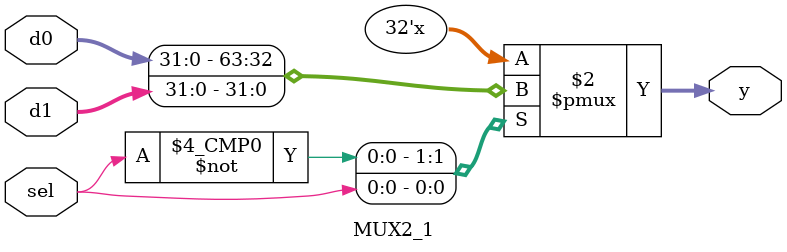
<source format=v>
`timescale 1ns / 1ps
module MUX2_1 (
    input [31:0] d0, d1,  // 32-bit inputs
    input sel,         // selector
    output reg [31:0] y  // 32-bit output
);

always @(*) begin
    case(sel)
        1'b0: y = d0;
        1'b1: y = d1;
    endcase
end

endmodule
</source>
